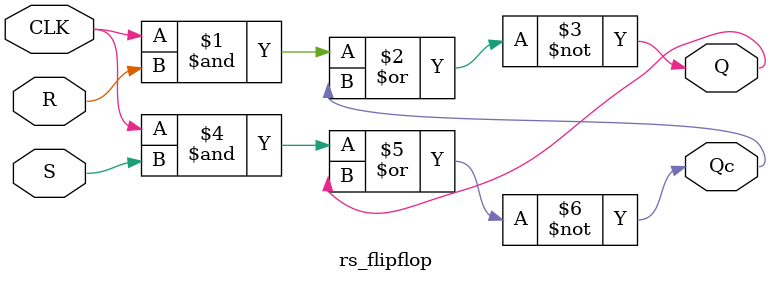
<source format=v>
`timescale 1ns / 1ps

module rs_flipflop(
    input CLK, 
    input R, 
    input S,
    output Q, 
    output Qc
    );
    
    assign Q = ~((CLK & R) | Qc);
    assign Qc = ~((CLK & S) | Q);
endmodule
</source>
